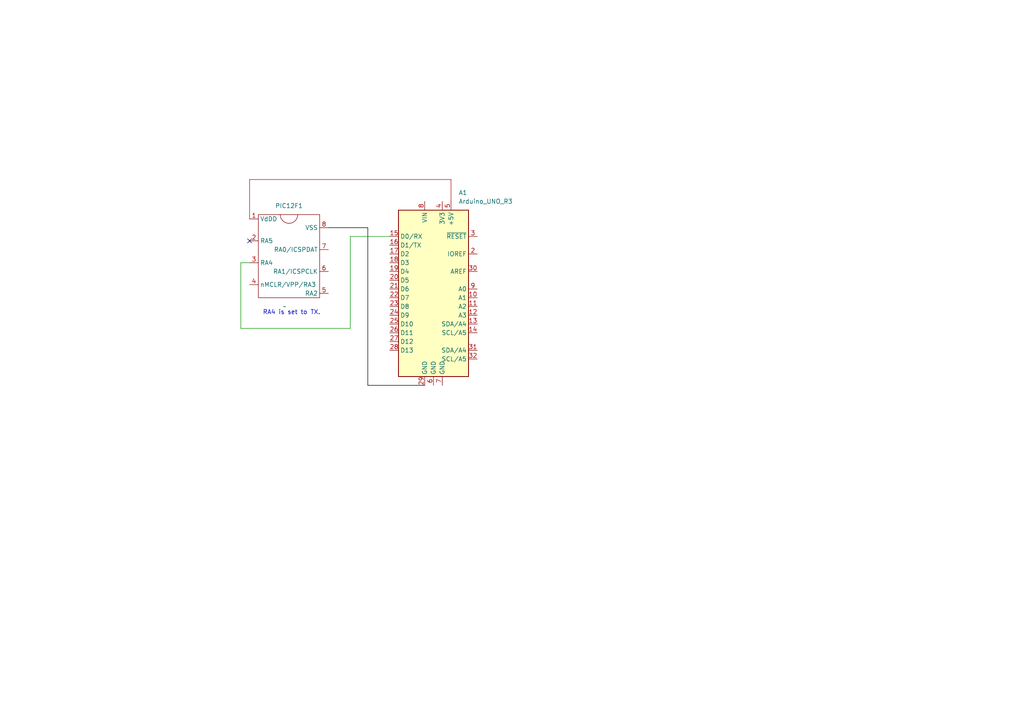
<source format=kicad_sch>
(kicad_sch (version 20230121) (generator eeschema)
  (paper "A4")
  (lib_symbols
    (symbol "MCU_Module:Arduino_UNO_R3"
      (property "Reference" "A" (at -10.16 23.495 0))
      (property "Value" "Arduino_UNO_R3" (at 5.08 -26.67 0))
      (symbol "Arduino_UNO_R3_0_1"
        (rectangle (start -10.16 22.86) (end 10.16 -25.4) (stroke (width 0.254)) (fill (type background)))
      )
      (symbol "Arduino_UNO_R3_1_1"
        (pin no_connect line (at -10.16 -20.32 0) (length 2.54) hide (name "NC") (number "1"))
        (pin bidirectional line (at 12.7 -2.54 180) (length 2.54) (name "A1") (number "10"))
        (pin bidirectional line (at 12.7 -5.08 180) (length 2.54) (name "A2") (number "11"))
        (pin bidirectional line (at 12.7 -7.62 180) (length 2.54) (name "A3") (number "12"))
        (pin bidirectional line (at 12.7 -10.16 180) (length 2.54) (name "SDA/A4") (number "13"))
        (pin bidirectional line (at 12.7 -12.7 180) (length 2.54) (name "SCL/A5") (number "14"))
        (pin bidirectional line (at -12.7 15.24 0) (length 2.54) (name "D0/RX") (number "15"))
        (pin bidirectional line (at -12.7 12.7 0) (length 2.54) (name "D1/TX") (number "16"))
        (pin bidirectional line (at -12.7 10.16 0) (length 2.54) (name "D2") (number "17"))
        (pin bidirectional line (at -12.7 7.62 0) (length 2.54) (name "D3") (number "18"))
        (pin bidirectional line (at -12.7 5.08 0) (length 2.54) (name "D4") (number "19"))
        (pin output line (at 12.7 10.16 180) (length 2.54) (name "IOREF") (number "2"))
        (pin bidirectional line (at -12.7 2.54 0) (length 2.54) (name "D5") (number "20"))
        (pin bidirectional line (at -12.7 0 0) (length 2.54) (name "D6") (number "21"))
        (pin bidirectional line (at -12.7 -2.54 0) (length 2.54) (name "D7") (number "22"))
        (pin bidirectional line (at -12.7 -5.08 0) (length 2.54) (name "D8") (number "23"))
        (pin bidirectional line (at -12.7 -7.62 0) (length 2.54) (name "D9") (number "24"))
        (pin bidirectional line (at -12.7 -10.16 0) (length 2.54) (name "D10") (number "25"))
        (pin bidirectional line (at -12.7 -12.7 0) (length 2.54) (name "D11") (number "26"))
        (pin bidirectional line (at -12.7 -15.24 0) (length 2.54) (name "D12") (number "27"))
        (pin bidirectional line (at -12.7 -17.78 0) (length 2.54) (name "D13") (number "28"))
        (pin power_in line (at -2.54 -27.94 90) (length 2.54) (name "GND") (number "29"))
        (pin input line (at 12.7 15.24 180) (length 2.54) (name "~{RESET}") (number "3"))
        (pin input line (at 12.7 5.08 180) (length 2.54) (name "AREF") (number "30"))
        (pin bidirectional line (at 12.7 -17.78 180) (length 2.54) (name "SDA/A4") (number "31"))
        (pin bidirectional line (at 12.7 -20.32 180) (length 2.54) (name "SCL/A5") (number "32"))
        (pin power_out line (at 2.54 25.4 270) (length 2.54) (name "3V3") (number "4"))
        (pin power_out line (at 5.08 25.4 270) (length 2.54) (name "+5V") (number "5"))
        (pin power_in line (at 0 -27.94 90) (length 2.54) (name "GND") (number "6"))
        (pin power_in line (at 2.54 -27.94 90) (length 2.54) (name "GND") (number "7"))
        (pin power_in line (at -2.54 25.4 270) (length 2.54) (name "VIN") (number "8"))
        (pin bidirectional line (at 12.7 0 180) (length 2.54) (name "A0") (number "9"))
      )
    )
    (symbol "Ore:PIC12F1840"
      (property "Reference" "PIC12F1840" (at 0 0 0))
      (symbol "PIC12F1840_0_1"
        (rectangle (start -7.62 26.67) (end 10.16 2.54))
        (arc (start -1.27 26.67) (mid -0.5261 24.8739) (end 1.27 24.13))
        (arc (start 1.27 24.13) (mid 3.0661 24.8739) (end 3.81 26.67))
      )
      (symbol "PIC12F1840_1_1"
        (pin power_in line (at -10.16 25.4 0) (length 2.54) (name "VdDD") (number "1"))
        (pin bidirectional line (at -10.16 19.05 0) (length 2.54) (name "RA5") (number "2"))
        (pin bidirectional line (at -10.16 12.7 0) (length 2.54) (name "RA4") (number "3"))
        (pin bidirectional line (at -10.16 6.35 0) (length 2.54) (name "nMCLR/VPP/RA3") (number "4"))
        (pin bidirectional line (at 12.7 3.81 180) (length 2.54) (name "RA2") (number "5"))
        (pin bidirectional line (at 12.7 10.16 180) (length 2.54) (name "RA1/ICSPCLK") (number "6"))
        (pin bidirectional line (at 12.7 16.51 180) (length 2.54) (name "RA0/ICSPDAT") (number "7"))
        (pin power_out line (at 12.7 22.86 180) (length 2.54) (name "VSS") (number "8"))
      )
    )
  )
  (no_connect (at 72.39 69.85))
  (wire (pts (xy 101.6 95.25) (xy 101.6 68.58)))
  (wire (pts (xy 106.68 66.04) (xy 106.68 111.76)) (stroke (width 0) (color 0 0 0 1)))
  (wire (pts (xy 130.81 52.07) (xy 72.39 52.07)) (stroke (width 0) (color 194 0 0 1)))
  (wire (pts (xy 130.81 58.42) (xy 130.81 52.07)) (stroke (width 0) (color 194 0 0 1)))
  (wire (pts (xy 69.85 95.25) (xy 101.6 95.25)))
  (wire (pts (xy 106.68 111.76) (xy 123.19 111.76)) (stroke (width 0) (color 0 0 0 1)))
  (wire (pts (xy 69.85 76.2) (xy 69.85 95.25)))
  (wire (pts (xy 72.39 52.07) (xy 72.39 63.5)) (stroke (width 0) (color 194 0 0 1)))
  (wire (pts (xy 95.25 66.04) (xy 106.68 66.04)) (stroke (width 0) (color 0 0 0 1)))
  (wire (pts (xy 101.6 68.58) (xy 113.03 68.58)))
  (wire (pts (xy 72.39 76.2) (xy 69.85 76.2)))
  (text "RA4 is set to TX." (at 76.2 91.44 0) (effects (font (size 1.27 1.27)) (justify left bottom)))
  (symbol (lib_id "MCU_Module:Arduino_UNO_R3") (at 125.73 83.82 0) (unit 1)
    (property "Reference" "A1" (at 133.0041 55.88 0) (effects (justify left)))
    (property "Value" "Arduino_UNO_R3" (at 133.0041 58.42 0) (effects (justify left)))
    (property "Footprint" "Module:Arduino_UNO_R3" (effects hide))
    (property "Datasheet" "https://www.arduino.cc/en/Main/arduinoBoardUno" (effects hide))
  )
  (symbol (lib_id "Ore:PIC12F1840") (at 82.55 88.9 0) (unit 1)
    (property "Reference" "PIC12F1" (at 83.82 59.69 0))
    (property "Value" "~" (at 82.55 88.9 0))
  )
)
</source>
